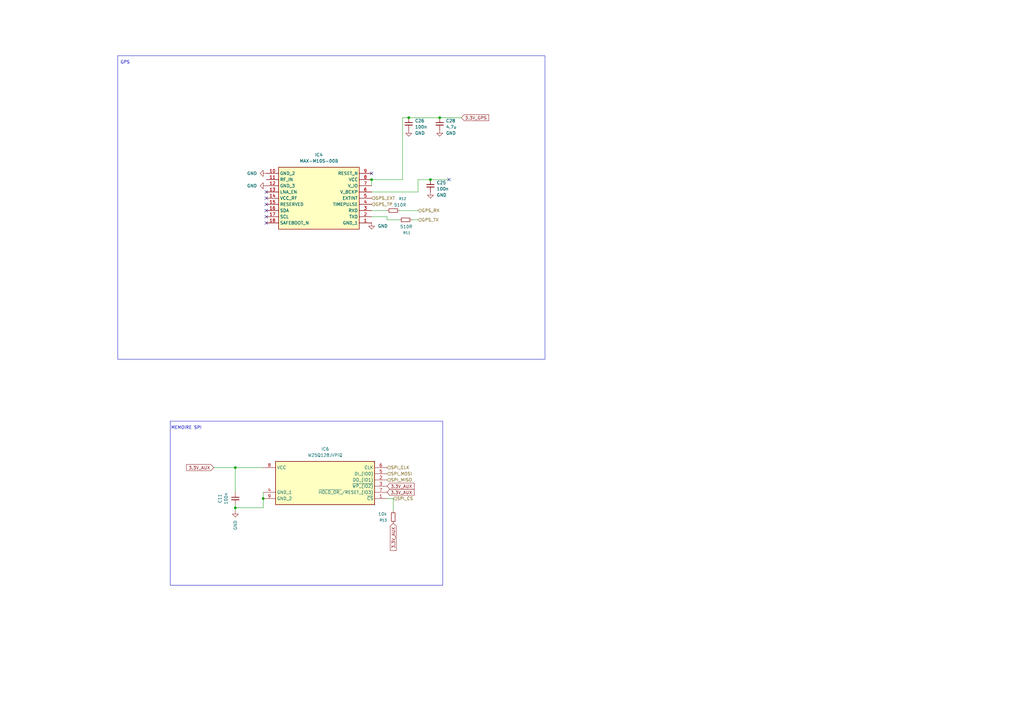
<source format=kicad_sch>
(kicad_sch (version 20250114) (generator "eeschema") (generator_version "9.0")
  (paper "A3")
  (lib_symbols
    (symbol "Device:C_Small" (pin_numbers (hide yes)) (pin_names (offset 0.254) (hide yes))
      (property "Reference" "C" (at 0.254 1.778 0))
      (property "Value" "C_Small" (at 0.254 -2.032 0))
      (symbol "C_Small_0_1"
        (polyline (pts (xy -1.524 0.508) (xy 1.524 0.508)) (stroke (width 0.3048)))
        (polyline (pts (xy -1.524 -0.508) (xy 1.524 -0.508)) (stroke (width 0.3302)))
      )
      (symbol "C_Small_1_1"
        (pin passive line (at 0 2.54 270) (length 2.032) (name "~") (number "1"))
        (pin passive line (at 0 -2.54 90) (length 2.032) (name "~") (number "2"))
      )
    )
    (symbol "R_Small_1" (pin_numbers (hide yes)) (pin_names (offset 0.254) (hide yes))
      (property "Reference" "R" (at 0 0 90))
      (property "Value" "R_Small" (at 1.778 0 90))
      (symbol "R_Small_1_0_1"
        (rectangle (start -0.762 1.778) (end 0.762 -1.778) (stroke (width 0.2032)))
      )
      (symbol "R_Small_1_1_1"
        (pin passive line (at 0 2.54 270) (length 0.762) (name "~") (number "1"))
        (pin passive line (at 0 -2.54 90) (length 0.762) (name "~") (number "2"))
      )
    )
    (symbol "power:GND" (power) (pin_numbers (hide yes)) (pin_names (offset 0) (hide yes))
      (property "Value" "GND" (at 0 -3.81 0))
      (symbol "GND_0_1"
        (polyline (pts (xy 0 0) (xy 0 -1.27) (xy 1.27 -1.27) (xy 0 -2.54) (xy -1.27 -1.27) (xy 0 -1.27)))
      )
      (symbol "GND_1_1"
        (pin power_in line (at 0 0 270) (length 0) (name "~") (number "1"))
      )
    )
    (symbol "samacsys2:W25Q128JVPIQ"
      (property "Reference" "IC" (at 46.99 7.62 0))
      (property "Value" "W25Q128JVPIQ" (at 46.99 5.08 0))
      (symbol "W25Q128JVPIQ_1_1"
        (rectangle (start 5.08 2.54) (end 45.72 -15.24) (stroke (width 0.254)) (fill (type background)))
        (pin passive line (at 0 0 0) (length 5.08) (name "VCC") (number "8"))
        (pin passive line (at 0 -10.16 0) (length 5.08) (name "GND_1") (number "4"))
        (pin passive line (at 0 -12.7 0) (length 5.08) (name "GND_2") (number "9"))
        (pin passive line (at 50.8 0 180) (length 5.08) (name "CLK") (number "6"))
        (pin passive line (at 50.8 -2.54 180) (length 5.08) (name "DI_(IO0)") (number "5"))
        (pin passive line (at 50.8 -5.08 180) (length 5.08) (name "DO_(IO1)") (number "2"))
        (pin passive line (at 50.8 -7.62 180) (length 5.08) (name "~{WP_(IO2)}") (number "3"))
        (pin passive line (at 50.8 -10.16 180) (length 5.08) (name "~{HOLD_OR_}/RESET_(IO3)") (number "7"))
        (pin passive line (at 50.8 -12.7 180) (length 5.08) (name "~{CS}") (number "1"))
      )
    )
    (symbol "samacsys:MAX-M10S-00B"
      (property "Reference" "IC" (at 39.37 7.62 0))
      (property "Value" "MAX-M10S-00B" (at 39.37 5.08 0))
      (symbol "MAX-M10S-00B_1_1"
        (rectangle (start 5.08 2.54) (end 38.1 -22.86) (stroke (width 0.254)) (fill (type background)))
        (pin passive line (at 0 0 0) (length 5.08) (name "GND_2") (number "10"))
        (pin passive line (at 0 -2.54 0) (length 5.08) (name "RF_IN") (number "11"))
        (pin passive line (at 0 -5.08 0) (length 5.08) (name "GND_3") (number "12"))
        (pin passive line (at 0 -7.62 0) (length 5.08) (name "LNA_EN") (number "13"))
        (pin passive line (at 0 -10.16 0) (length 5.08) (name "VCC_RF") (number "14"))
        (pin passive line (at 0 -12.7 0) (length 5.08) (name "RESERVED") (number "15"))
        (pin passive line (at 0 -15.24 0) (length 5.08) (name "SDA") (number "16"))
        (pin passive line (at 0 -17.78 0) (length 5.08) (name "SCL") (number "17"))
        (pin passive line (at 0 -20.32 0) (length 5.08) (name "SAFEBOOT_N") (number "18"))
        (pin passive line (at 43.18 0 180) (length 5.08) (name "RESET_N") (number "9"))
        (pin passive line (at 43.18 -2.54 180) (length 5.08) (name "VCC") (number "8"))
        (pin passive line (at 43.18 -5.08 180) (length 5.08) (name "V_IO") (number "7"))
        (pin passive line (at 43.18 -7.62 180) (length 5.08) (name "V_BCKP") (number "6"))
        (pin passive line (at 43.18 -10.16 180) (length 5.08) (name "EXTINT") (number "5"))
        (pin passive line (at 43.18 -12.7 180) (length 5.08) (name "TIMEPULSE") (number "4"))
        (pin passive line (at 43.18 -15.24 180) (length 5.08) (name "RXD") (number "3"))
        (pin passive line (at 43.18 -17.78 180) (length 5.08) (name "TXD") (number "2"))
        (pin passive line (at 43.18 -20.32 180) (length 5.08) (name "GND_1") (number "1"))
      )
    )
  )
  (rectangle (start 69.85 172.72) (end 181.61 240.03))
  (rectangle (start 48.26 22.86) (end 223.52 147.32))
  (text "MEMOIRE SPI\n" (at 76.454 175.514 0) (effects (font (size 1.27 1.27))))
  (text "GPS" (at 51.308 25.654 0) (effects (font (size 1.27 1.27))))
  (junction (at 96.52 191.77))
  (junction (at 152.4 73.66))
  (junction (at 107.95 204.47))
  (junction (at 176.53 73.66))
  (junction (at 167.64 48.26))
  (junction (at 96.52 208.28))
  (junction (at 180.34 48.26))
  (no_connect (at 109.22 88.9))
  (no_connect (at 109.22 86.36))
  (no_connect (at 109.22 78.74))
  (no_connect (at 184.15 73.66))
  (no_connect (at 152.4 71.12))
  (no_connect (at 109.22 81.28))
  (no_connect (at 109.22 83.82))
  (no_connect (at 109.22 91.44))
  (wire (pts (xy 158.75 90.17) (xy 158.75 88.9)))
  (wire (pts (xy 87.63 191.77) (xy 96.52 191.77)))
  (wire (pts (xy 158.75 204.47) (xy 161.29 204.47)))
  (wire (pts (xy 158.75 88.9) (xy 152.4 88.9)))
  (wire (pts (xy 107.95 201.93) (xy 107.95 204.47)))
  (wire (pts (xy 107.95 208.28) (xy 107.95 204.47)))
  (wire (pts (xy 168.91 90.17) (xy 171.45 90.17)))
  (wire (pts (xy 161.29 204.47) (xy 161.29 209.55)))
  (wire (pts (xy 96.52 191.77) (xy 96.52 201.93)))
  (wire (pts (xy 152.4 73.66) (xy 165.1 73.66)))
  (wire (pts (xy 96.52 208.28) (xy 96.52 207.01)))
  (wire (pts (xy 152.4 73.66) (xy 152.4 76.2)))
  (wire (pts (xy 152.4 78.74) (xy 171.45 78.74)))
  (wire (pts (xy 165.1 48.26) (xy 167.64 48.26)))
  (wire (pts (xy 180.34 48.26) (xy 189.23 48.26)))
  (wire (pts (xy 96.52 208.28) (xy 107.95 208.28)))
  (wire (pts (xy 96.52 209.55) (xy 96.52 208.28)))
  (wire (pts (xy 158.75 86.36) (xy 152.4 86.36)))
  (wire (pts (xy 184.15 73.66) (xy 176.53 73.66)))
  (wire (pts (xy 171.45 78.74) (xy 171.45 73.66)))
  (wire (pts (xy 96.52 191.77) (xy 107.95 191.77)))
  (wire (pts (xy 171.45 86.36) (xy 163.83 86.36)))
  (wire (pts (xy 167.64 48.26) (xy 180.34 48.26)))
  (wire (pts (xy 163.83 90.17) (xy 158.75 90.17)))
  (wire (pts (xy 165.1 73.66) (xy 165.1 48.26)))
  (wire (pts (xy 171.45 73.66) (xy 176.53 73.66)))
  (global_label "3.3V_GPS" (shape input) (at 189.23 48.26 0) (property "Intersheetrefs" "${INTERSHEET_REFS}" (effects (hide yes))))
  (global_label "3.3V_AUX" (shape input) (at 158.75 201.93 0) (property "Intersheetrefs" "${INTERSHEET_REFS}" (effects (hide yes))))
  (global_label "3.3V_AUX" (shape input) (at 87.63 191.77 180) (property "Intersheetrefs" "${INTERSHEET_REFS}" (effects (hide yes))))
  (global_label "3.3V_AUX" (shape input) (at 158.75 199.39 0) (property "Intersheetrefs" "${INTERSHEET_REFS}" (effects (hide yes))))
  (global_label "3.3V_AUX" (shape input) (at 161.29 214.63 270) (property "Intersheetrefs" "${INTERSHEET_REFS}" (effects (hide yes))))
  (hierarchical_label "GPS_EXT" (shape input) (at 152.4 81.28 0))
  (hierarchical_label "GPS_RX" (shape input) (at 171.45 86.36 0))
  (hierarchical_label "SPI_CS" (shape input) (at 161.29 204.47 0))
  (hierarchical_label "GPS_TX" (shape input) (at 171.45 90.17 0))
  (hierarchical_label "SPI_CLK" (shape input) (at 158.75 191.77 0))
  (hierarchical_label "SPI_MOSI" (shape input) (at 158.75 194.31 0))
  (hierarchical_label "SPI_MISO" (shape input) (at 158.75 196.85 0))
  (hierarchical_label "GPS_TP" (shape input) (at 152.4 83.82 0))
  (symbol (lib_id "power:GND") (at 167.64 53.34 0) (unit 1)
    (property "Reference" "#PWR018" (effects (hide yes)))
    (property "Value" "GND" (at 170.18 54.6099 0) (effects (justify left)))
    (property "Description" "Power symbol creates a global label with name \"GND\" , ground" (effects (hide yes)))
  )
  (symbol (lib_id "Device:C_Small") (at 96.52 204.47 0) (mirror y) (unit 1)
    (property "Reference" "C11" (at 90.17 204.4763 90))
    (property "Value" "100n" (at 92.71 204.4763 90))
    (property "Footprint" "Capacitor_SMD:C_0201_0603Metric_Pad0.64x0.40mm_HandSolder" (effects (hide yes)))
    (property "Description" "Unpolarized capacitor, small symbol" (effects (hide yes)))
  )
  (symbol (lib_id "Device:C_Small") (at 176.53 76.2 0) (unit 1)
    (property "Reference" "C25" (at 179.07 74.9362 0) (effects (justify left)))
    (property "Value" "100n" (at 179.07 77.4762 0) (effects (justify left)))
    (property "Footprint" "Capacitor_SMD:C_0201_0603Metric_Pad0.64x0.40mm_HandSolder" (effects (hide yes)))
    (property "Description" "Unpolarized capacitor, small symbol" (effects (hide yes)))
  )
  (symbol (lib_id "samacsys2:W25Q128JVPIQ") (at 107.95 191.77 0) (unit 1)
    (property "Reference" "IC6" (at 133.35 184.15 0))
    (property "Value" "W25Q128JVPIQ" (at 133.35 186.69 0))
    (property "Footprint" "samacsys2:SON127P600X500X80-9N-D" (effects (hide yes)))
    (property "Datasheet" "https://www.winbond.com/hq/search-resource-file.jsp?partNo=W25Q128JVPIQ&type=datasheet" (effects (hide yes)))
    (property "Description" "128M-bit Serial Flash Memory with uniform 4KB sectors and Dual/Quad SPI" (effects (hide yes)))
    (property "Height" "0.8" (effects (hide yes)))
    (property "Manufacturer_Name" "Winbond" (effects (hide yes)))
    (property "Manufacturer_Part_Number" "W25Q128JVPIQ" (effects (hide yes)))
    (property "Mouser Part Number" "454-W25Q128JVPIQ" (effects (hide yes)))
    (property "Mouser Price/Stock" "https://www.mouser.co.uk/ProductDetail/Winbond/W25Q128JVPIQ?qs=qSfuJ%252Bfl%2Fd676hAD%252B1JSfw%3D%3D" (effects (hide yes)))
    (property "Arrow Part Number" "W25Q128JVPIQ" (effects (hide yes)))
    (property "Arrow Price/Stock" "https://www.arrow.com/en/products/w25q128jvpiq/winbond-electronics?region=nac" (effects (hide yes)))
  )
  (symbol (lib_id "power:GND") (at 96.52 209.55 0) (mirror y) (unit 1)
    (property "Reference" "#PWR023" (effects (hide yes)))
    (property "Value" "GND" (at 96.5199 213.36 90) (effects (justify right)))
    (property "Description" "Power symbol creates a global label with name \"GND\" , ground" (effects (hide yes)))
  )
  (symbol (lib_id "power:GND") (at 152.4 91.44 0) (unit 1)
    (property "Reference" "#PWR062" (effects (hide yes)))
    (property "Value" "GND" (at 154.94 92.7099 0) (effects (justify left)))
    (property "Description" "Power symbol creates a global label with name \"GND\" , ground" (effects (hide yes)))
  )
  (symbol (lib_id "power:GND") (at 176.53 78.74 0) (unit 1)
    (property "Reference" "#PWR011" (effects (hide yes)))
    (property "Value" "GND" (at 179.07 80.0099 0) (effects (justify left)))
    (property "Description" "Power symbol creates a global label with name \"GND\" , ground" (effects (hide yes)))
  )
  (symbol (lib_id "Device:C_Small") (at 180.34 50.8 0) (unit 1)
    (property "Reference" "C28" (at 182.88 49.5362 0) (effects (justify left)))
    (property "Value" "4.7u" (at 182.88 52.0762 0) (effects (justify left)))
    (property "Footprint" "Capacitor_SMD:C_0402_1005Metric" (effects (hide yes)))
    (property "Description" "Unpolarized capacitor, small symbol" (effects (hide yes)))
  )
  (symbol (lib_name "R_Small_1") (lib_id "Device:R_Small") (at 161.29 86.36 90) (unit 1)
    (property "Reference" "R12" (at 165.1 81.534 90) (effects (font (size 1.016 1.016))))
    (property "Value" "510R" (at 164.084 84.074 90))
    (property "Footprint" "Resistor_SMD:R_0201_0603Metric_Pad0.64x0.40mm_HandSolder" (effects (hide yes)))
    (property "Description" "Resistor, small symbol" (effects (hide yes)))
  )
  (symbol (lib_id "power:GND") (at 180.34 53.34 0) (unit 1)
    (property "Reference" "#PWR026" (effects (hide yes)))
    (property "Value" "GND" (at 182.88 54.6099 0) (effects (justify left)))
    (property "Description" "Power symbol creates a global label with name \"GND\" , ground" (effects (hide yes)))
  )
  (symbol (lib_name "R_Small_1") (lib_id "Device:R_Small") (at 166.37 90.17 90) (unit 1)
    (property "Reference" "R11" (at 166.878 95.504 90) (effects (font (size 1.016 1.016))))
    (property "Value" "510R" (at 166.624 92.964 90))
    (property "Footprint" "Resistor_SMD:R_0201_0603Metric_Pad0.64x0.40mm_HandSolder" (effects (hide yes)))
    (property "Description" "Resistor, small symbol" (effects (hide yes)))
  )
  (symbol (lib_id "Device:C_Small") (at 167.64 50.8 0) (unit 1)
    (property "Reference" "C26" (at 170.18 49.5362 0) (effects (justify left)))
    (property "Value" "100n" (at 170.18 52.0762 0) (effects (justify left)))
    (property "Footprint" "Capacitor_SMD:C_0201_0603Metric_Pad0.64x0.40mm_HandSolder" (effects (hide yes)))
    (property "Description" "Unpolarized capacitor, small symbol" (effects (hide yes)))
  )
  (symbol (lib_id "samacsys:MAX-M10S-00B") (at 109.22 71.12 0) (unit 1)
    (property "Reference" "IC4" (at 130.81 63.5 0))
    (property "Value" "MAX-M10S-00B" (at 130.81 66.04 0))
    (property "Footprint" "samacsys:MAXM10S00B" (effects (hide yes)))
    (property "Datasheet" "https://content.u-blox.com/sites/default/files/MAX-M10S_IntegrationManual_UBX-20053088.pdf" (effects (hide yes)))
    (property "Description" "GPS Modules u-blox M10 GNSS LCC module, firmware in ROM, SAW filter, LNA" (effects (hide yes)))
    (property "Height" "2.7" (effects (hide yes)))
    (property "Manufacturer_Name" "u-blox" (effects (hide yes)))
    (property "Manufacturer_Part_Number" "MAX-M10S-00B" (effects (hide yes)))
    (property "Mouser Part Number" "377-MAX-M10S-00B" (effects (hide yes)))
    (property "Mouser Price/Stock" "https://www.mouser.co.uk/ProductDetail/u-blox/MAX-M10S-00B?qs=A6eO%252BMLsxmT0PfQYPb7LLQ%3D%3D" (effects (hide yes)))
    (property "Arrow Part Number" "MAX-M10S-00B" (effects (hide yes)))
    (property "Arrow Price/Stock" "https://www.arrow.com/en/products/max-m10s-00b/u-blox?utm_currency=USD&region=nac" (effects (hide yes)))
  )
  (symbol (lib_name "R_Small_1") (lib_id "Device:R_Small") (at 161.29 212.09 0) (unit 1)
    (property "Reference" "R13" (at 158.75 213.3601 0) (effects (font (size 1.016 1.016)) (justify right)))
    (property "Value" "10k" (at 158.75 210.8201 0) (effects (justify right)))
    (property "Footprint" "Resistor_SMD:R_0201_0603Metric_Pad0.64x0.40mm_HandSolder" (effects (hide yes)))
    (property "Description" "Resistor, small symbol" (effects (hide yes)))
  )
  (symbol (lib_id "power:GND") (at 109.22 76.2 270) (unit 1)
    (property "Reference" "#PWR061" (effects (hide yes)))
    (property "Value" "GND" (at 105.41 76.1999 90) (effects (justify right)))
    (property "Description" "Power symbol creates a global label with name \"GND\" , ground" (effects (hide yes)))
  )
  (symbol (lib_id "power:GND") (at 109.22 71.12 270) (unit 1)
    (property "Reference" "#PWR01" (effects (hide yes)))
    (property "Value" "GND" (at 105.41 71.1199 90) (effects (justify right)))
    (property "Description" "Power symbol creates a global label with name \"GND\" , ground" (effects (hide yes)))
  )
)
</source>
